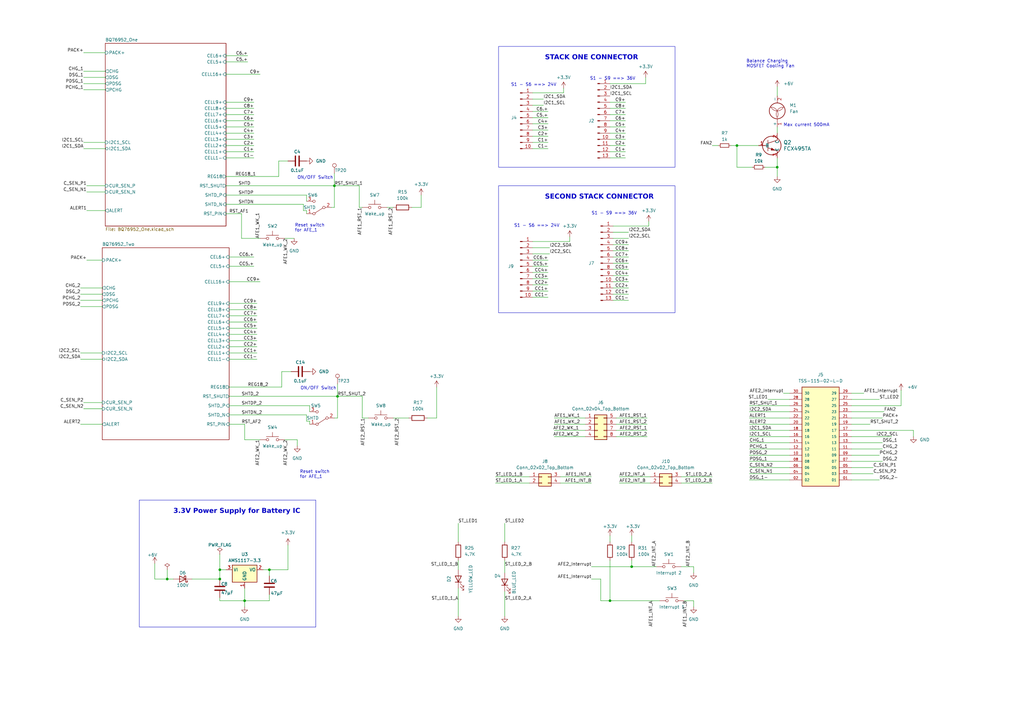
<source format=kicad_sch>
(kicad_sch (version 20231120) (generator "eeschema") (generator_version "8.0")
  (paper "A3")
  (title_block (title "Smart Battery Management System for Mobile Robot") (date "2024-10-17") (rev "v 3.0") (comment 1 "Dual Pack Smart BMS System") (comment 2 "AFE and Balance Charging Circuit"))
  (lib_symbols
    (symbol "+12V_1" (power) (pin_numbers hide) (pin_names (offset 0) hide)
      (property "Value" "+12V" (at 0 3.556 0))
      (symbol "+12V_1_1_1"
        (pin power_in line (at 0 0 90) (length 0) (name "~") (number "1"))
      )
    )
    (symbol "Connector:Conn_01x10_Pin" (pin_names (offset 1.016) hide)
      (property "Reference" "J" (at 0 12.7 0))
      (property "Value" "Conn_01x10_Pin" (at 0 -15.24 0))
      (symbol "Conn_01x10_Pin_1_1"
        (pin passive line (at 5.08 10.16 180) (length 3.81) (name "Pin_1") (number "1"))
        (pin passive line (at 5.08 -12.7 180) (length 3.81) (name "Pin_10") (number "10"))
        (pin passive line (at 5.08 7.62 180) (length 3.81) (name "Pin_2") (number "2"))
        (pin passive line (at 5.08 5.08 180) (length 3.81) (name "Pin_3") (number "3"))
        (pin passive line (at 5.08 2.54 180) (length 3.81) (name "Pin_4") (number "4"))
        (pin passive line (at 5.08 0 180) (length 3.81) (name "Pin_5") (number "5"))
        (pin passive line (at 5.08 -2.54 180) (length 3.81) (name "Pin_6") (number "6"))
        (pin passive line (at 5.08 -5.08 180) (length 3.81) (name "Pin_7") (number "7"))
        (pin passive line (at 5.08 -7.62 180) (length 3.81) (name "Pin_8") (number "8"))
        (pin passive line (at 5.08 -10.16 180) (length 3.81) (name "Pin_9") (number "9"))
      )
    )
    (symbol "Connector:Conn_01x13_Pin" (pin_names (offset 1.016) hide)
      (property "Reference" "J" (at 0 17.78 0))
      (property "Value" "Conn_01x13_Pin" (at 0 -17.78 0))
      (symbol "Conn_01x13_Pin_1_1"
        (pin passive line (at 5.08 15.24 180) (length 3.81) (name "Pin_1") (number "1"))
        (pin passive line (at 5.08 -7.62 180) (length 3.81) (name "Pin_10") (number "10"))
        (pin passive line (at 5.08 -10.16 180) (length 3.81) (name "Pin_11") (number "11"))
        (pin passive line (at 5.08 -12.7 180) (length 3.81) (name "Pin_12") (number "12"))
        (pin passive line (at 5.08 -15.24 180) (length 3.81) (name "Pin_13") (number "13"))
        (pin passive line (at 5.08 12.7 180) (length 3.81) (name "Pin_2") (number "2"))
        (pin passive line (at 5.08 10.16 180) (length 3.81) (name "Pin_3") (number "3"))
        (pin passive line (at 5.08 7.62 180) (length 3.81) (name "Pin_4") (number "4"))
        (pin passive line (at 5.08 5.08 180) (length 3.81) (name "Pin_5") (number "5"))
        (pin passive line (at 5.08 2.54 180) (length 3.81) (name "Pin_6") (number "6"))
        (pin passive line (at 5.08 0 180) (length 3.81) (name "Pin_7") (number "7"))
        (pin passive line (at 5.08 -2.54 180) (length 3.81) (name "Pin_8") (number "8"))
        (pin passive line (at 5.08 -5.08 180) (length 3.81) (name "Pin_9") (number "9"))
      )
    )
    (symbol "Connector:TestPoint" (pin_numbers hide) (pin_names (offset 0.762) hide)
      (property "Reference" "TP" (at 0 6.858 0))
      (property "Value" "TestPoint" (at 0 5.08 0))
      (symbol "TestPoint_1_1"
        (pin passive line (at 0 0 90) (length 2.54) (name "1") (number "1"))
      )
    )
    (symbol "Connector_Generic:Conn_02x02_Top_Bottom" (pin_names (offset 1.016) hide)
      (property "Reference" "J" (at 1.27 2.54 0))
      (property "Value" "Conn_02x02_Top_Bottom" (at 1.27 -5.08 0))
      (symbol "Conn_02x02_Top_Bottom_1_1"
        (pin passive line (at -5.08 0 0) (length 3.81) (name "Pin_1") (number "1"))
        (pin passive line (at -5.08 -2.54 0) (length 3.81) (name "Pin_2") (number "2"))
        (pin passive line (at 7.62 0 180) (length 3.81) (name "Pin_3") (number "3"))
        (pin passive line (at 7.62 -2.54 180) (length 3.81) (name "Pin_4") (number "4"))
      )
    )
    (symbol "Connector_Generic:Conn_02x04_Top_Bottom" (pin_names (offset 1.016) hide)
      (property "Reference" "J" (at 1.27 5.08 0))
      (property "Value" "Conn_02x04_Top_Bottom" (at 1.27 -7.62 0))
      (symbol "Conn_02x04_Top_Bottom_1_1"
        (pin passive line (at -5.08 2.54 0) (length 3.81) (name "Pin_1") (number "1"))
        (pin passive line (at -5.08 0 0) (length 3.81) (name "Pin_2") (number "2"))
        (pin passive line (at -5.08 -2.54 0) (length 3.81) (name "Pin_3") (number "3"))
        (pin passive line (at -5.08 -5.08 0) (length 3.81) (name "Pin_4") (number "4"))
        (pin passive line (at 7.62 2.54 180) (length 3.81) (name "Pin_5") (number "5"))
        (pin passive line (at 7.62 0 180) (length 3.81) (name "Pin_6") (number "6"))
        (pin passive line (at 7.62 -2.54 180) (length 3.81) (name "Pin_7") (number "7"))
        (pin passive line (at 7.62 -5.08 180) (length 3.81) (name "Pin_8") (number "8"))
      )
    )
    (symbol "Device:C" (pin_numbers hide) (pin_names (offset 0.254))
      (property "Reference" "C" (at 0.635 2.54 0))
      (property "Value" "C" (at 0.635 -2.54 0))
      (symbol "C_1_1"
        (pin passive line (at 0 3.81 270) (length 2.794) (name "~") (number "1"))
        (pin passive line (at 0 -3.81 90) (length 2.794) (name "~") (number "2"))
      )
    )
    (symbol "Device:D_Schottky" (pin_numbers hide) (pin_names (offset 1.016) hide)
      (property "Reference" "D" (at 0 2.54 0))
      (property "Value" "D_Schottky" (at 0 -2.54 0))
      (symbol "D_Schottky_1_1"
        (pin passive line (at -3.81 0 0) (length 2.54) (name "K") (number "1"))
        (pin passive line (at 3.81 0 180) (length 2.54) (name "A") (number "2"))
      )
    )
    (symbol "Device:LED" (pin_numbers hide) (pin_names (offset 1.016) hide)
      (property "Reference" "D" (at 0 2.54 0))
      (property "Value" "LED" (at 0 -2.54 0))
      (symbol "LED_1_1"
        (pin passive line (at -3.81 0 0) (length 2.54) (name "K") (number "1"))
        (pin passive line (at 3.81 0 180) (length 2.54) (name "A") (number "2"))
      )
    )
    (symbol "Device:R" (pin_numbers hide) (pin_names (offset 0))
      (property "Reference" "R" (at 2.032 0 90))
      (property "Value" "R" (at 0 0 90))
      (symbol "R_1_1"
        (pin passive line (at 0 3.81 270) (length 1.27) (name "~") (number "1"))
        (pin passive line (at 0 -3.81 90) (length 1.27) (name "~") (number "2"))
      )
    )
    (symbol "Device:R_Small" (pin_numbers hide) (pin_names (offset 0.254) hide)
      (property "Reference" "R" (at 0.762 0.508 0))
      (property "Value" "R_Small" (at 0.762 -1.016 0))
      (symbol "R_Small_1_1"
        (pin passive line (at 0 2.54 270) (length 0.762) (name "~") (number "1"))
        (pin passive line (at 0 -2.54 90) (length 0.762) (name "~") (number "2"))
      )
    )
    (symbol "FCX495TA:FCX495TA" (pin_names (offset 0.254))
      (property "Reference" "Q" (at 10.16 2.54 0))
      (property "Value" "FCX495TA" (at 10.16 -2.54 0))
      (symbol "FCX495TA_0_1"
        (pin unspecified line (at 0 0 0) (length 2.54) (name "B") (number "1"))
        (pin unspecified line (at 7.62 5.08 270) (length 2.54) (name "C") (number "2"))
        (pin unspecified line (at 7.62 -5.08 90) (length 2.54) (name "E") (number "3"))
      )
    )
    (symbol "Motor:Fan" (pin_names (offset 0))
      (property "Reference" "M" (at 2.54 5.08 0))
      (property "Value" "Fan" (at 2.54 -2.54 0))
      (symbol "Fan_1_1"
        (pin passive line (at 0 7.62 270) (length 2.54) (name "+") (number "1"))
        (pin passive line (at 0 -5.08 90) (length 2.54) (name "-") (number "2"))
      )
    )
    (symbol "Regulator_Linear:AMS1117-3.3"
      (property "Reference" "U" (at -3.81 3.175 0))
      (property "Value" "AMS1117-3.3" (at 0 3.175 0))
      (symbol "AMS1117-3.3_1_1"
        (pin power_in line (at 0 -7.62 90) (length 2.54) (name "GND") (number "1"))
        (pin power_out line (at 7.62 0 180) (length 2.54) (name "VO") (number "2"))
        (pin power_in line (at -7.62 0 0) (length 2.54) (name "VI") (number "3"))
      )
    )
    (symbol "Switch:SW_Push" (pin_numbers hide) (pin_names (offset 1.016) hide)
      (property "Reference" "SW" (at 1.27 2.54 0))
      (property "Value" "SW_Push" (at 0 -1.524 0))
      (symbol "SW_Push_0_1"
        (pin passive line (at -5.08 0 0) (length 2.54) (name "1") (number "1"))
        (pin passive line (at 5.08 0 180) (length 2.54) (name "2") (number "2"))
      )
    )
    (symbol "Switch:SW_SPDT" (pin_names (offset 0) hide)
      (property "Reference" "SW" (at 0 4.318 0))
      (property "Value" "SW_SPDT" (at 0 -5.08 0))
      (symbol "SW_SPDT_1_1"
        (pin passive line (at 5.08 2.54 180) (length 2.54) (name "A") (number "1"))
        (pin passive line (at -5.08 0 0) (length 2.54) (name "B") (number "2"))
        (pin passive line (at 5.08 -2.54 180) (length 2.54) (name "C") (number "3"))
      )
    )
    (symbol "TSS-115-02-L-D:TSS-115-02-L-D" (pin_names (offset 1.016))
      (property "Reference" "J" (at -8.12 20.32 0))
      (property "Value" "TSS-115-02-L-D" (at -7.62 -22.86 0))
      (symbol "TSS-115-02-L-D_0_0"
        (pin passive line (at -12.7 17.78 0) (length 5.08) (name "01") (number "01"))
        (pin passive line (at 12.7 17.78 180) (length 5.08) (name "02") (number "02"))
        (pin passive line (at -12.7 15.24 0) (length 5.08) (name "03") (number "03"))
        (pin passive line (at 12.7 15.24 180) (length 5.08) (name "04") (number "04"))
        (pin passive line (at -12.7 12.7 0) (length 5.08) (name "05") (number "05"))
        (pin passive line (at 12.7 12.7 180) (length 5.08) (name "06") (number "06"))
        (pin passive line (at -12.7 10.16 0) (length 5.08) (name "07") (number "07"))
        (pin passive line (at 12.7 10.16 180) (length 5.08) (name "08") (number "08"))
        (pin passive line (at -12.7 7.62 0) (length 5.08) (name "09") (number "09"))
        (pin passive line (at 12.7 7.62 180) (length 5.08) (name "10") (number "10"))
        (pin passive line (at -12.7 5.08 0) (length 5.08) (name "11") (number "11"))
        (pin passive line (at 12.7 5.08 180) (length 5.08) (name "12") (number "12"))
        (pin passive line (at -12.7 2.54 0) (length 5.08) (name "13") (number "13"))
        (pin passive line (at 12.7 2.54 180) (length 5.08) (name "14") (number "14"))
        (pin passive line (at -12.7 0 0) (length 5.08) (name "15") (number "15"))
        (pin passive line (at 12.7 0 180) (length 5.08) (name "16") (number "16"))
        (pin passive line (at -12.7 -2.54 0) (length 5.08) (name "17") (number "17"))
        (pin passive line (at 12.7 -2.54 180) (length 5.08) (name "18") (number "18"))
        (pin passive line (at -12.7 -5.08 0) (length 5.08) (name "19") (number "19"))
        (pin passive line (at 12.7 -5.08 180) (length 5.08) (name "20") (number "20"))
        (pin passive line (at -12.7 -7.62 0) (length 5.08) (name "21") (number "21"))
        (pin passive line (at 12.7 -7.62 180) (length 5.08) (name "22") (number "22"))
        (pin passive line (at -12.7 -10.16 0) (length 5.08) (name "23") (number "23"))
        (pin passive line (at 12.7 -10.16 180) (length 5.08) (name "24") (number "24"))
        (pin passive line (at -12.7 -12.7 0) (length 5.08) (name "25") (number "25"))
        (pin passive line (at 12.7 -12.7 180) (length 5.08) (name "26") (number "26"))
        (pin passive line (at -12.7 -15.24 0) (length 5.08) (name "27") (number "27"))
        (pin passive line (at 12.7 -15.24 180) (length 5.08) (name "28") (number "28"))
        (pin passive line (at -12.7 -17.78 0) (length 5.08) (name "29") (number "29"))
        (pin passive line (at 12.7 -17.78 180) (length 5.08) (name "30") (number "30"))
      )
    )
    (symbol "power:+12V" (power) (pin_names (offset 0))
      (property "Value" "+12V" (at 0 3.556 0))
      (symbol "+12V_1_1"
        (pin power_in line (at 0 0 90) (length 0) hide (name "+12V") (number "1"))
      )
    )
    (symbol "power:+3.3V" (power) (pin_names (offset 0))
      (property "Value" "+3.3V" (at 0 3.556 0))
      (symbol "+3.3V_1_1"
        (pin power_in line (at 0 0 90) (length 0) hide (name "+3.3V") (number "1"))
      )
    )
    (symbol "power:GND" (power) (pin_names (offset 0))
      (property "Value" "GND" (at 0 -3.81 0))
      (symbol "GND_1_1"
        (pin power_in line (at 0 0 270) (length 0) hide (name "GND") (number "1"))
      )
    )
    (symbol "power:PWR_FLAG" (power) (pin_numbers hide) (pin_names (offset 0) hide)
      (property "Value" "PWR_FLAG" (at 0 3.81 0))
      (symbol "PWR_FLAG_0_0"
        (pin power_out line (at 0 0 90) (length 0) (name "pwr") (number "1"))
      )
    )
  )
  (junction (at 90.17 237.49))
  (junction (at 138.43 162.56))
  (junction (at 259.08 232.41))
  (junction (at 137.16 76.2))
  (junction (at 250.19 246.38))
  (junction (at 110.49 233.68))
  (junction (at 100.33 246.38))
  (junction (at 90.17 233.68))
  (junction (at 302.26 59.69))
  (junction (at 318.77 68.58))
  (junction (at 68.58 237.49))
  (wire (pts (xy 92.71 59.69) (xy 104.14 59.69)))
  (wire (pts (xy 218.44 109.22) (xy 224.79 109.22)))
  (wire (pts (xy 259.08 232.41) (xy 259.08 229.87)))
  (wire (pts (xy 250.19 49.53) (xy 256.54 49.53)))
  (wire (pts (xy 93.98 137.16) (xy 105.41 137.16)))
  (wire (pts (xy 349.25 179.07) (xy 365.76 179.07)))
  (wire (pts (xy 257.81 97.79) (xy 251.46 97.79)))
  (wire (pts (xy 369.57 166.37) (xy 349.25 166.37)))
  (wire (pts (xy 93.98 134.62) (xy 105.41 134.62)))
  (wire (pts (xy 92.71 54.61) (xy 104.14 54.61)))
  (wire (pts (xy 33.02 147.32) (xy 41.91 147.32)))
  (wire (pts (xy 250.19 52.07) (xy 256.54 52.07)))
  (wire (pts (xy 349.25 171.45) (xy 361.95 171.45)))
  (wire (pts (xy 250.19 41.91) (xy 256.54 41.91)))
  (wire (pts (xy 93.98 105.41) (xy 104.14 105.41)))
  (wire (pts (xy 321.31 161.29) (xy 323.85 161.29)))
  (wire (pts (xy 266.065 90.805) (xy 266.065 92.71)))
  (wire (pts (xy 279.4 232.41) (xy 284.48 232.41)))
  (wire (pts (xy 92.71 62.23) (xy 104.14 62.23)))
  (wire (pts (xy 203.2 195.58) (xy 217.17 195.58)))
  (wire (pts (xy 360.68 196.85) (xy 349.25 196.85)))
  (wire (pts (xy 252.73 176.53) (xy 265.43 176.53)))
  (wire (pts (xy 218.44 48.26) (xy 224.79 48.26)))
  (wire (pts (xy 34.29 165.1) (xy 41.91 165.1)))
  (wire (pts (xy 34.29 34.29) (xy 43.18 34.29)))
  (wire (pts (xy 34.29 60.96) (xy 43.18 60.96)))
  (wire (pts (xy 121.92 180.34) (xy 121.92 182.88)))
  (wire (pts (xy 92.71 52.07) (xy 104.14 52.07)))
  (wire (pts (xy 90.17 245.11) (xy 90.17 246.38)))
  (wire (pts (xy 33.02 125.73) (xy 41.91 125.73)))
  (wire (pts (xy 318.77 52.07) (xy 318.77 54.61)))
  (wire (pts (xy 307.34 176.53) (xy 323.85 176.53)))
  (wire (pts (xy 115.57 152.4) (xy 115.57 158.75)))
  (wire (pts (xy 251.46 120.65) (xy 257.81 120.65)))
  (wire (pts (xy 225.425 101.6) (xy 218.44 101.6)))
  (wire (pts (xy 250.19 246.38) (xy 250.19 229.87)))
  (wire (pts (xy 92.71 80.01) (xy 125.73 80.01)))
  (wire (pts (xy 92.71 46.99) (xy 104.14 46.99)))
  (wire (pts (xy 35.56 76.2) (xy 43.18 76.2)))
  (wire (pts (xy 92.71 30.48) (xy 106.68 30.48)))
  (wire (pts (xy 227.33 173.99) (xy 240.03 173.99)))
  (wire (pts (xy 250.19 219.71) (xy 250.19 222.25)))
  (wire (pts (xy 93.98 166.37) (xy 127 166.37)))
  (wire (pts (xy 93.98 170.18) (xy 125.73 170.18)))
  (wire (pts (xy 307.34 196.85) (xy 323.85 196.85)))
  (wire (pts (xy 93.98 127) (xy 105.41 127)))
  (wire (pts (xy 207.01 242.57) (xy 207.01 252.73)))
  (wire (pts (xy 125.73 170.18) (xy 125.73 172.72)))
  (wire (pts (xy 179.07 158.75) (xy 179.07 171.45)))
  (wire (pts (xy 34.29 21.59) (xy 43.18 21.59)))
  (wire (pts (xy 292.1 59.69) (xy 294.64 59.69)))
  (wire (pts (xy 313.69 68.58) (xy 318.77 68.58)))
  (wire (pts (xy 93.98 144.78) (xy 105.41 144.78)))
  (wire (pts (xy 125.73 172.72) (xy 127 172.72)))
  (wire (pts (xy 93.98 124.46) (xy 105.41 124.46)))
  (wire (pts (xy 218.44 121.92) (xy 224.79 121.92)))
  (wire (pts (xy 116.84 180.34) (xy 121.92 180.34)))
  (wire (pts (xy 307.34 171.45) (xy 323.85 171.45)))
  (wire (pts (xy 250.19 57.15) (xy 256.54 57.15)))
  (wire (pts (xy 218.44 119.38) (xy 224.79 119.38)))
  (wire (pts (xy 93.98 139.7) (xy 105.41 139.7)))
  (wire (pts (xy 307.34 189.23) (xy 323.85 189.23)))
  (wire (pts (xy 179.07 171.45) (xy 175.26 171.45)))
  (wire (pts (xy 90.17 233.68) (xy 92.71 233.68)))
  (wire (pts (xy 218.44 106.68) (xy 224.79 106.68)))
  (wire (pts (xy 218.44 50.8) (xy 224.79 50.8)))
  (wire (pts (xy 92.71 57.15) (xy 104.14 57.15)))
  (wire (pts (xy 125.73 80.01) (xy 125.73 82.55)))
  (wire (pts (xy 252.73 171.45) (xy 265.43 171.45)))
  (wire (pts (xy 231.14 36.195) (xy 231.14 38.1)))
  (wire (pts (xy 229.87 195.58) (xy 242.57 195.58)))
  (wire (pts (xy 349.25 184.15) (xy 361.95 184.15)))
  (wire (pts (xy 148.59 162.56) (xy 138.43 162.56)))
  (wire (pts (xy 68.58 237.49) (xy 71.12 237.49)))
  (wire (pts (xy 218.44 55.88) (xy 224.79 55.88)))
  (wire (pts (xy 259.08 219.71) (xy 259.08 222.25)))
  (wire (pts (xy 302.26 68.58) (xy 302.26 59.69)))
  (wire (pts (xy 360.68 163.83) (xy 349.25 163.83)))
  (wire (pts (xy 251.46 113.03) (xy 257.81 113.03)))
  (wire (pts (xy 264.795 31.75) (xy 264.795 34.29)))
  (wire (pts (xy 127 166.37) (xy 127 168.91)))
  (wire (pts (xy 254 195.58) (xy 266.7 195.58)))
  (wire (pts (xy 246.38 246.38) (xy 250.19 246.38)))
  (wire (pts (xy 246.38 237.49) (xy 246.38 246.38)))
  (wire (pts (xy 307.34 191.77) (xy 323.85 191.77)))
  (wire (pts (xy 137.16 71.12) (xy 137.16 76.2)))
  (wire (pts (xy 118.11 223.52) (xy 118.11 233.68)))
  (wire (pts (xy 307.34 194.31) (xy 323.85 194.31)))
  (wire (pts (xy 251.46 102.87) (xy 257.81 102.87)))
  (wire (pts (xy 307.34 184.15) (xy 323.85 184.15)))
  (wire (pts (xy 222.885 40.64) (xy 218.44 40.64)))
  (wire (pts (xy 93.98 129.54) (xy 105.41 129.54)))
  (wire (pts (xy 116.84 97.79) (xy 120.65 97.79)))
  (wire (pts (xy 307.34 186.69) (xy 323.85 186.69)))
  (wire (pts (xy 250.19 64.77) (xy 256.54 64.77)))
  (wire (pts (xy 148.59 85.09) (xy 147.32 85.09)))
  (wire (pts (xy 218.44 111.76) (xy 224.79 111.76)))
  (wire (pts (xy 279.4 195.58) (xy 292.1 195.58)))
  (wire (pts (xy 137.16 85.09) (xy 135.89 85.09)))
  (wire (pts (xy 100.33 246.38) (xy 100.33 248.92)))
  (wire (pts (xy 92.71 83.82) (xy 124.46 83.82)))
  (wire (pts (xy 172.72 85.09) (xy 168.91 85.09)))
  (wire (pts (xy 33.02 118.11) (xy 41.91 118.11)))
  (wire (pts (xy 318.77 35.56) (xy 318.77 39.37)))
  (wire (pts (xy 251.46 105.41) (xy 257.81 105.41)))
  (wire (pts (xy 218.44 58.42) (xy 224.79 58.42)))
  (wire (pts (xy 34.29 36.83) (xy 43.18 36.83)))
  (wire (pts (xy 35.56 86.36) (xy 43.18 86.36)))
  (wire (pts (xy 63.5 237.49) (xy 68.58 237.49)))
  (wire (pts (xy 270.51 246.38) (xy 250.19 246.38)))
  (wire (pts (xy 93.98 142.24) (xy 105.41 142.24)))
  (wire (pts (xy 99.06 97.79) (xy 106.68 97.79)))
  (wire (pts (xy 266.065 92.71) (xy 251.46 92.71)))
  (wire (pts (xy 124.46 83.82) (xy 124.46 86.36)))
  (wire (pts (xy 233.68 97.155) (xy 233.68 99.06)))
  (wire (pts (xy 33.02 144.78) (xy 41.91 144.78)))
  (wire (pts (xy 302.26 59.69) (xy 311.15 59.69)))
  (wire (pts (xy 148.59 171.45) (xy 148.59 162.56)))
  (wire (pts (xy 118.11 233.68) (xy 110.49 233.68)))
  (wire (pts (xy 138.43 162.56) (xy 138.43 171.45)))
  (wire (pts (xy 115.57 152.4) (xy 119.38 152.4)))
  (wire (pts (xy 251.46 118.11) (xy 257.81 118.11)))
  (wire (pts (xy 250.19 59.69) (xy 256.54 59.69)))
  (wire (pts (xy 90.17 227.33) (xy 90.17 233.68)))
  (wire (pts (xy 147.32 76.2) (xy 137.16 76.2)))
  (wire (pts (xy 349.25 191.77) (xy 358.14 191.77)))
  (wire (pts (xy 92.71 44.45) (xy 104.14 44.45)))
  (wire (pts (xy 358.14 194.31) (xy 349.25 194.31)))
  (wire (pts (xy 100.33 173.99) (xy 93.98 173.99)))
  (wire (pts (xy 231.14 38.1) (xy 218.44 38.1)))
  (wire (pts (xy 264.795 34.29) (xy 250.19 34.29)))
  (wire (pts (xy 151.13 171.45) (xy 148.59 171.45)))
  (wire (pts (xy 307.34 179.07) (xy 323.85 179.07)))
  (wire (pts (xy 207.01 229.87) (xy 207.01 234.95)))
  (wire (pts (xy 218.44 114.3) (xy 224.79 114.3)))
  (wire (pts (xy 349.25 189.23) (xy 361.95 189.23)))
  (wire (pts (xy 269.24 232.41) (xy 259.08 232.41)))
  (wire (pts (xy 218.44 60.96) (xy 224.79 60.96)))
  (wire (pts (xy 92.71 76.2) (xy 137.16 76.2)))
  (wire (pts (xy 187.96 241.3) (xy 187.96 252.73)))
  (wire (pts (xy 349.25 168.91) (xy 362.585 168.91)))
  (wire (pts (xy 307.34 168.91) (xy 323.85 168.91)))
  (wire (pts (xy 93.98 147.32) (xy 105.41 147.32)))
  (wire (pts (xy 227.33 176.53) (xy 240.03 176.53)))
  (wire (pts (xy 250.19 44.45) (xy 256.54 44.45)))
  (wire (pts (xy 92.71 87.63) (xy 99.06 87.63)))
  (wire (pts (xy 92.71 22.86) (xy 101.6 22.86)))
  (wire (pts (xy 100.33 241.3) (xy 100.33 246.38)))
  (wire (pts (xy 307.34 166.37) (xy 323.85 166.37)))
  (wire (pts (xy 138.43 157.48) (xy 138.43 162.56)))
  (wire (pts (xy 218.44 53.34) (xy 224.79 53.34)))
  (wire (pts (xy 233.68 99.06) (xy 218.44 99.06)))
  (wire (pts (xy 34.29 58.42) (xy 43.18 58.42)))
  (wire (pts (xy 114.3 66.04) (xy 118.11 66.04)))
  (wire (pts (xy 251.46 110.49) (xy 257.81 110.49)))
  (wire (pts (xy 107.95 233.68) (xy 110.49 233.68)))
  (wire (pts (xy 110.49 243.84) (xy 110.49 246.38)))
  (wire (pts (xy 63.5 231.14) (xy 63.5 237.49)))
  (wire (pts (xy 252.73 173.99) (xy 265.43 173.99)))
  (wire (pts (xy 227.33 179.07) (xy 240.03 179.07)))
  (wire (pts (xy 250.19 62.23) (xy 256.54 62.23)))
  (wire (pts (xy 100.33 246.38) (xy 110.49 246.38)))
  (wire (pts (xy 92.71 72.39) (xy 114.3 72.39)))
  (wire (pts (xy 354.33 161.29) (xy 349.25 161.29)))
  (wire (pts (xy 222.885 43.18) (xy 218.44 43.18)))
  (wire (pts (xy 251.46 100.33) (xy 257.81 100.33)))
  (wire (pts (xy 284.48 232.41) (xy 284.48 234.95)))
  (wire (pts (xy 92.71 25.4) (xy 101.6 25.4)))
  (wire (pts (xy 35.56 106.68) (xy 41.91 106.68)))
  (wire (pts (xy 374.65 176.53) (xy 349.25 176.53)))
  (wire (pts (xy 35.56 78.74) (xy 43.18 78.74)))
  (wire (pts (xy 33.02 173.99) (xy 41.91 173.99)))
  (wire (pts (xy 254 198.12) (xy 266.7 198.12)))
  (wire (pts (xy 100.33 180.34) (xy 106.68 180.34)))
  (wire (pts (xy 34.29 29.21) (xy 43.18 29.21)))
  (wire (pts (xy 279.4 198.12) (xy 292.1 198.12)))
  (wire (pts (xy 115.57 158.75) (xy 93.98 158.75)))
  (wire (pts (xy 227.33 171.45) (xy 240.03 171.45)))
  (wire (pts (xy 308.61 68.58) (xy 302.26 68.58)))
  (wire (pts (xy 34.29 31.75) (xy 43.18 31.75)))
  (wire (pts (xy 229.87 198.12) (xy 242.57 198.12)))
  (wire (pts (xy 349.25 173.99) (xy 356.87 173.99)))
  (wire (pts (xy 33.02 120.65) (xy 41.91 120.65)))
  (wire (pts (xy 251.46 123.19) (xy 257.81 123.19)))
  (wire (pts (xy 242.57 232.41) (xy 259.08 232.41)))
  (wire (pts (xy 242.57 237.49) (xy 246.38 237.49)))
  (wire (pts (xy 349.25 181.61) (xy 361.95 181.61)))
  (wire (pts (xy 307.34 173.99) (xy 323.85 173.99)))
  (wire (pts (xy 100.33 173.99) (xy 100.33 180.34)))
  (wire (pts (xy 93.98 109.22) (xy 104.14 109.22)))
  (wire (pts (xy 172.72 80.01) (xy 172.72 85.09)))
  (wire (pts (xy 34.29 167.64) (xy 41.91 167.64)))
  (wire (pts (xy 225.425 104.14) (xy 218.44 104.14)))
  (wire (pts (xy 124.46 86.36) (xy 125.73 86.36)))
  (wire (pts (xy 33.02 123.19) (xy 41.91 123.19)))
  (wire (pts (xy 203.2 198.12) (xy 217.17 198.12)))
  (wire (pts (xy 218.44 116.84) (xy 224.79 116.84)))
  (wire (pts (xy 93.98 115.57) (xy 106.68 115.57)))
  (wire (pts (xy 161.29 171.45) (xy 167.64 171.45)))
  (wire (pts (xy 93.98 132.08) (xy 105.41 132.08)))
  (wire (pts (xy 251.46 107.95) (xy 257.81 107.95)))
  (wire (pts (xy 68.58 233.68) (xy 68.58 237.49)))
  (wire (pts (xy 110.49 236.22) (xy 110.49 233.68)))
  (wire (pts (xy 374.65 179.07) (xy 374.65 176.53)))
  (wire (pts (xy 250.19 54.61) (xy 256.54 54.61)))
  (wire (pts (xy 92.71 41.91) (xy 104.14 41.91)))
  (wire (pts (xy 90.17 246.38) (xy 100.33 246.38)))
  (wire (pts (xy 114.3 66.04) (xy 114.3 72.39)))
  (wire (pts (xy 127 172.72) (xy 127 173.99)))
  (wire (pts (xy 251.46 115.57) (xy 257.81 115.57)))
  (wire (pts (xy 257.81 95.25) (xy 251.46 95.25)))
  (wire (pts (xy 147.32 85.09) (xy 147.32 76.2)))
  (wire (pts (xy 92.71 64.77) (xy 104.14 64.77)))
  (wire (pts (xy 187.96 214.63) (xy 187.96 222.25)))
  (wire (pts (xy 250.19 46.99) (xy 256.54 46.99)))
  (wire (pts (xy 218.44 45.72) (xy 224.79 45.72)))
  (wire (pts (xy 280.67 246.38) (xy 284.48 246.38)))
  (wire (pts (xy 158.75 85.09) (xy 161.29 85.09)))
  (wire (pts (xy 307.34 181.61) (xy 323.85 181.61)))
  (wire (pts (xy 314.96 163.83) (xy 323.85 163.83)))
  (wire (pts (xy 187.96 229.87) (xy 187.96 233.68)))
  (wire (pts (xy 318.77 68.58) (xy 318.77 72.39)))
  (wire (pts (xy 369.57 160.02) (xy 369.57 166.37)))
  (wire (pts (xy 99.06 87.63) (xy 99.06 97.79)))
  (wire (pts (xy 284.48 246.38) (xy 284.48 248.92)))
  (wire (pts (xy 137.16 76.2) (xy 137.16 85.09)))
  (wire (pts (xy 125.73 86.36) (xy 125.73 87.63)))
  (wire (pts (xy 78.74 237.49) (xy 90.17 237.49)))
  (wire (pts (xy 349.25 186.69) (xy 360.68 186.69)))
  (wire (pts (xy 93.98 162.56) (xy 138.43 162.56)))
  (wire (pts (xy 207.01 214.63) (xy 207.01 222.25)))
  (wire (pts (xy 299.72 59.69) (xy 302.26 59.69)))
  (wire (pts (xy 138.43 171.45) (xy 137.16 171.45)))
  (wire (pts (xy 90.17 233.68) (xy 90.17 237.49)))
  (wire (pts (xy 252.73 179.07) (xy 265.43 179.07)))
  (wire (pts (xy 92.71 49.53) (xy 104.14 49.53)))
  (wire (pts (xy 318.77 64.77) (xy 318.77 68.58)))
  (rectangle (start 204.47 19.05) (end 276.86 68.58))
  (rectangle (start 204.47 76.2) (end 276.86 128.27))
  (rectangle (start 57.15 205.105) (end 129.54 257.175))
  (text "S1 - S6 ==> 24V" (at 210.82 93.345 0) (effects (font (size 1.27 1.27)) (justify left bottom)))
  (text "S1 - S9 ==> 36V" (at 241.935 33.02 0) (effects (font (size 1.27 1.27)) (justify left bottom)))
  (text "Max current 500mA" (at 321.31 52.07 0) (effects (font (size 1.27 1.27)) (justify left bottom)))
  (text "Reset switch\nfor AFE_1\n" (at 120.904 95.25 0) (effects (font (size 1.27 1.27)) (justify left bottom)))
  (text "ON/OFF Switch" (at 123.19 160.02 0) (effects (font (size 1.27 1.27)) (justify left bottom)))
  (text "Balance Charging \nMOSFET Cooling Fan" (at 306.07 27.94 0) (effects (font (size 1.27 1.27)) (justify left bottom)))
  (text "SECOND STACK CONNECTOR" (at 223.52 82.55 0) (effects (font (size 2 2) (thickness 0.4) (bold yes)) (justify left bottom)))
  (text "S1 - S6 ==> 24V" (at 209.55 35.56 0) (effects (font (size 1.27 1.27)) (justify left bottom)))
  (text "ON/OFF Switch" (at 121.92 73.66 0) (effects (font (size 1.27 1.27)) (justify left bottom)))
  (text "3.3V Power Supply for Battery IC" (at 71.12 211.455 0) (effects (font (size 2 2) (thickness 0.4) (bold yes)) (justify left bottom)))
  (text "S1 - S9 ==> 36V" (at 242.57 88.265 0) (effects (font (size 1.27 1.27)) (justify left bottom)))
  (text "Reset switch\nfor AFE_1\n" (at 122.936 196.342 0) (effects (font (size 1.27 1.27)) (justify left bottom)))
  (text "STACK ONE CONNECTOR" (at 223.52 25.4 0) (effects (font (size 2 2) (thickness 0.4) (bold yes)) (justify left bottom)))
  (label "C1-" (at 224.79 60.96 180))
  (label "CC1+" (at 257.81 120.65 180))
  (label "PDSG_1" (at 34.29 34.29 180))
  (label "C1-" (at 104.14 64.77 180))
  (label "AFE1_RST_1" (at 254 171.45 0))
  (label "CC9+" (at 105.41 124.46 180))
  (label "PDSG_1" (at 307.34 189.23 0))
  (label "C4+" (at 256.54 54.61 180))
  (label "C1+" (at 256.54 62.23 180))
  (label "AFE2_WK_2" (at 118.11 180.34 270))
  (label "ST_LED_2_B" (at 207.01 232.41 0))
  (label "CHG_1" (at 34.29 29.21 180))
  (label "AFE2_RST_1" (at 149.86 171.45 270))
  (label "PDSG_2" (at 307.34 186.69 0))
  (label "C5+" (at 104.14 52.07 180))
  (label "I2C2_SCL" (at 359.41 179.07 0))
  (label "CC1-" (at 105.41 147.32 180))
  (label "AFE1_WK_1" (at 227.33 171.45 0))
  (label "C9+" (at 256.54 41.91 180))
  (label "CC9+" (at 257.81 100.33 180))
  (label "I2C2_SCL" (at 33.02 144.78 180))
  (label "AFE2_WK_1" (at 106.68 180.34 270))
  (label "ALERT1" (at 35.56 86.36 180))
  (label "AFE2_Interrupt" (at 242.57 232.41 180))
  (label "ST_LED_2_B" (at 292.1 198.12 180))
  (label "C6.+" (at 224.79 45.72 180))
  (label "PCHG_2" (at 33.02 123.19 180))
  (label "C3+" (at 104.14 57.15 180))
  (label "I2C1_SCL" (at 307.34 179.07 0))
  (label "C8+" (at 256.54 44.45 180))
  (label "AFE2_INT_B" (at 254 198.12 0))
  (label "C8+" (at 104.14 44.45 180))
  (label "C1-" (at 256.54 64.77 180))
  (label "SHTDN_2" (at 99.06 170.18 0))
  (label "REG18_2" (at 101.6 158.75 0))
  (label "C7+" (at 104.14 46.99 180))
  (label "C2+" (at 256.54 59.69 180))
  (label "C5.+" (at 224.79 48.26 180))
  (label "CC6+" (at 257.81 107.95 180))
  (label "CC1+" (at 105.41 144.78 180))
  (label "REG18_1" (at 96.52 72.39 0))
  (label "ST_LED_1_A" (at 187.96 246.38 180))
  (label "PACK+" (at 35.56 106.68 180))
  (label "FAN2" (at 362.585 168.91 0))
  (label "AFE1_RST_1" (at 148.59 85.09 270))
  (label "C_SEN_P2" (at 358.14 194.31 0))
  (label "DSG_2-" (at 360.68 196.85 0))
  (label "PCHG_2" (at 360.68 186.69 0))
  (label "AFE1_INT_A" (at 267.97 246.38 270))
  (label "ST_LED_1_A" (at 203.2 198.12 0))
  (label "ST_LED_1_B" (at 187.96 232.41 180))
  (label "AFE2_INT_A" (at 254 195.58 0))
  (label "CC4+" (at 224.79 111.76 180))
  (label "CC5.+" (at 224.79 109.22 180))
  (label "C2+" (at 224.79 55.88 180))
  (label "CC6+" (at 105.41 132.08 180))
  (label "I2C2_SCL" (at 225.425 104.14 0))
  (label "CC2+" (at 105.41 142.24 180))
  (label "I2C2_SDA" (at 257.81 95.25 0))
  (label "SHTDP_2" (at 99.06 166.37 0))
  (label "I2C1_SCL" (at 250.19 39.37 0))
  (label "PDSG_2" (at 33.02 125.73 180))
  (label "CC8+" (at 257.81 102.87 180))
  (label "CC3+" (at 105.41 139.7 180))
  (label "PCHG_1" (at 307.34 184.15 0))
  (label "CC5.+" (at 104.14 109.22 180))
  (label "I2C2_SDA" (at 307.34 168.91 0))
  (label "AFE2_WK_1" (at 237.49 176.53 180))
  (label "AFE2_Interrupt" (at 321.31 161.29 180))
  (label "CC3+" (at 224.79 114.3 180))
  (label "ALERT2" (at 307.34 173.99 0))
  (label "CC1-" (at 257.81 123.19 180))
  (label "CHG_1" (at 307.34 181.61 0))
  (label "CC4+" (at 257.81 113.03 180))
  (label "AFE1_WK_2" (at 227.33 173.99 0))
  (label "CC4+" (at 105.41 137.16 180))
  (label "DSG_2" (at 33.02 120.65 180))
  (label "CC1+" (at 224.79 119.38 180))
  (label "AFE2_RST_2" (at 265.43 179.07 180))
  (label "DSG_1" (at 34.29 31.75 180))
  (label "AFE1_Interrupt" (at 242.57 237.49 180))
  (label "I2C1_SCL" (at 222.885 43.18 0))
  (label "ALERT1" (at 307.34 171.45 0))
  (label "CC1-" (at 224.79 121.92 180))
  (label "PCHG_1" (at 34.29 36.83 180))
  (label "CC2+" (at 224.79 116.84 180))
  (label "AFE1_RST_2" (at 254 173.99 0))
  (label "C1+" (at 224.79 58.42 180))
  (label "ALERT2" (at 33.02 173.99 180))
  (label "AFE1_WK_2" (at 118.11 97.79 270))
  (label "RST_SHUT_1" (at 307.34 166.37 0))
  (label "I2C2_SCL" (at 257.81 97.79 0))
  (label "CC2+" (at 257.81 118.11 180))
  (label "C_SEN_N1" (at 35.56 78.74 180))
  (label "C5.+" (at 101.6 25.4 180))
  (label "ST_LED1" (at 314.96 163.83 180))
  (label "FAN2" (at 292.1 59.69 180))
  (label "CC9+" (at 106.68 115.57 180))
  (label "C_SEN_N1" (at 307.34 194.31 0))
  (label "RST_SHUT_2" (at 356.87 173.99 0))
  (label "CC5+" (at 105.41 134.62 180))
  (label "C3+" (at 256.54 57.15 180))
  (label "C2+" (at 104.14 59.69 180))
  (label "I2C1_SDA" (at 222.885 40.64 0))
  (label "ST_LED2" (at 360.68 163.83 0))
  (label "C9+" (at 106.68 30.48 180))
  (label "CC6.+" (at 224.79 106.68 180))
  (label "C6.+" (at 101.6 22.86 180))
  (label "CHG_2" (at 33.02 118.11 180))
  (label "CC8+" (at 105.41 127 180))
  (label "CC7+" (at 257.81 105.41 180))
  (label "AFE2_WK_2" (at 237.49 179.07 180))
  (label "AFE1_RST_2" (at 161.29 85.09 270))
  (label "AFE1_INT_B" (at 242.57 198.12 180))
  (label "AFE2_RST_2" (at 163.83 171.45 270))
  (label "ST_LED_2_A" (at 292.1 195.58 180))
  (label "I2C1_SDA" (at 34.29 60.96 180))
  (label "I2C1_SDA" (at 250.19 36.83 0))
  (label "CC5+" (at 257.81 110.49 180))
  (label "SHTD_2" (at 99.06 162.56 0))
  (label "RST_AF1" (at 93.98 87.63 0))
  (label "ST_LED2" (at 207.01 214.63 0))
  (label "C7+" (at 256.54 46.99 180))
  (label "C_SEN_N2" (at 34.29 167.64 180))
  (label "DSG_2" (at 361.95 189.23 0))
  (label "I2C2_SDA" (at 225.425 101.6 0))
  (label "ST_LED_2_A" (at 207.01 246.38 0))
  (label "I2C1_SCL" (at 34.29 58.42 180))
  (label "PACK+" (at 34.29 21.59 180))
  (label "C_SEN_P2" (at 34.29 165.1 180))
  (label "AFE1_INT_B" (at 281.94 246.38 270))
  (label "C9+" (at 104.14 41.91 180))
  (label "AFE2_RST_1" (at 265.43 176.53 180))
  (label "DSG_1-" (at 307.34 196.85 0))
  (label "C_SEN_P1" (at 358.14 191.77 0))
  (label "AFE2_INT_B" (at 283.21 232.41 90))
  (label "I2C2_SDA" (at 33.02 147.32 180))
  (label "CC7+" (at 105.41 129.54 180))
  (label "CC3+" (at 257.81 115.57 180))
  (label "C3+" (at 224.79 53.34 180))
  (label "AFE2_INT_A" (at 269.24 232.41 90))
  (label "AFE1_WK_1" (at 106.68 97.79 90))
  (label "SHTDP" (at 97.79 80.01 0))
  (label "C_SEN_N2" (at 307.34 191.77 0))
  (label "C6+" (at 104.14 49.53 180))
  (label "AFE1_INT_A" (at 242.57 195.58 180))
  (label "PACK+" (at 361.95 171.45 0))
  (label "RST_SHUT_1" (at 137.16 76.2 0))
  (label "DSG_1" (at 361.95 181.61 0))
  (label "C_SEN_P1" (at 35.56 76.2 180))
  (label "C1+" (at 104.14 62.23 180))
  (label "C4+" (at 224.79 50.8 180))
  (label "C4+" (at 104.14 54.61 180))
  (label "SHTD" (at 97.79 76.2 0))
  (label "CHG_2" (at 361.95 184.15 0))
  (label "RST_AF2" (at 99.06 173.99 0))
  (label "AFE1_Interrupt" (at 354.33 161.29 0))
  (label "RST_SHUT_2" (at 138.43 162.56 0))
  (label "CC6.+" (at 104.14 105.41 180))
  (label "I2C1_SDA" (at 307.34 176.53 0))
  (label "SHTDN" (at 97.79 83.82 0))
  (label "C6+" (at 256.54 49.53 180))
  (label "C5+" (at 256.54 52.07 180))
  (label "ST_LED1" (at 187.96 214.63 0))
  (label "ST_LED_1_B" (at 203.2 195.58 0))
  (symbol (lib_id "Regulator_Linear:AMS1117-3.3") (at 100.33 233.68 0) (unit 1)
    (property "Reference" "U3" (at 100.33 227.33 0))
    (property "Value" "AMS1117-3.3" (at 100.33 229.87 0))
    (property "Footprint" "Package_TO_SOT_SMD:SOT-223-3_TabPin2" (effects (hide yes)))
    (property "Datasheet" "http://www.advanced-monolithic.com/pdf/ds1117.pdf" (effects (hide yes)))
  )
  (symbol (lib_id "power:GND") (at 187.96 252.73 0) (unit 1)
    (property "Reference" "#PWR03" (effects (hide yes)))
    (property "Value" "GND" (at 187.96 257.81 0))
  )
  (symbol (lib_id "Device:R") (at 187.96 226.06 0) (unit 1)
    (property "Reference" "R25" (at 190.5 224.79 0) (effects (justify left)))
    (property "Value" "4.7K" (at 190.5 227.33 0) (effects (justify left)))
    (property "Footprint" "Resistor_SMD:R_1210_3225Metric_Pad1.30x2.65mm_HandSolder" (effects (hide yes)))
    (property "Purchase URL" "https://www.digikey.com/en/products/detail/venatronics-llc/FPS05FT-4701/16909534" (effects (hide yes)))
  )
  (symbol (lib_id "Connector_Generic:Conn_02x02_Top_Bottom") (at 271.78 195.58 0) (unit 1)
    (property "Reference" "J10" (at 273.05 189.23 0))
    (property "Value" "Conn_02x02_Top_Bottom" (at 273.05 191.77 0))
    (property "Footprint" "Connector_JST:JST_PH_B4B-PH-K_1x04_P2.00mm_Vertical" (effects (hide yes)))
    (property "Description" "Generic connector, double row, 02x02, top/bottom pin numbering scheme (row 1: 1...pins_per_row, row2: pins_per_row+1 ... num_pins), script generated (kicad-library-utils/schlib/autogen/connector/)" (effects (hide yes)))
  )
  (symbol (lib_id "Connector:Conn_01x13_Pin") (at 246.38 107.95 0) (unit 1)
    (property "Reference" "J7" (at 242.57 107.95 0))
    (property "Value" "Conn_01x13_Pin" (effects (hide yes)))
    (property "Footprint" "Connector_JST:JST_EH_S13B-EH_1x13_P2.50mm_Horizontal" (effects (hide yes)))
  )
  (symbol (lib_id "power:+3.3V") (at 266.065 90.805 0) (unit 1)
    (property "Reference" "#PWR049" (effects (hide yes)))
    (property "Value" "+3.3V" (at 266.065 86.36 0))
  )
  (symbol (lib_id "Connector_Generic:Conn_02x04_Top_Bottom") (at 245.11 173.99 0) (unit 1)
    (property "Reference" "J6" (at 246.38 165.1 0))
    (property "Value" "Conn_02x04_Top_Bottom" (at 246.38 167.64 0))
    (property "Footprint" "Connector_JST:JST_PHD_B8B-PHDSS_2x04_P2.00mm_Vertical" (effects (hide yes)))
    (property "Description" "Generic connector, double row, 02x04, top/bottom pin numbering scheme (row 1: 1...pins_per_row, row2: pins_per_row+1 ... num_pins), script generated (kicad-library-utils/schlib/autogen/connector/)" (effects (hide yes)))
  )
  (symbol (lib_id "Device:R") (at 259.08 226.06 0) (unit 1)
    (property "Reference" "R31" (at 261.62 224.7899 0) (effects (justify left)))
    (property "Value" "100k" (at 261.62 227.3299 0) (effects (justify left)))
    (property "Footprint" "Resistor_SMD:R_1210_3225Metric_Pad1.30x2.65mm_HandSolder" (effects (hide yes)))
    (property "Purchase URL" "https://www.digikey.com/en/products/detail/venatronics-llc/FPS05FT-4701/16909534" (effects (hide yes)))
  )
  (symbol (lib_id "Device:R") (at 165.1 85.09 90) (unit 1)
    (property "Reference" "R15" (at 165.1 78.74 90))
    (property "Value" "100k" (at 165.1 81.28 90))
    (property "Footprint" "Resistor_SMD:R_1210_3225Metric_Pad1.30x2.65mm_HandSolder" (effects (hide yes)))
    (property "Purchase URL" "https://www.digikey.com/en/products/detail/venatronics-llc/FPS05FT-4701/16909534" (effects (hide yes)))
  )
  (symbol (lib_id "power:+3.3V") (at 250.19 219.71 0) (unit 1)
    (property "Reference" "#PWR023" (effects (hide yes)))
    (property "Value" "+3.3V" (at 250.19 215.9 0))
  )
  (symbol (lib_id "Connector:Conn_01x13_Pin") (at 245.11 49.53 0) (unit 1)
    (property "Reference" "J2" (at 242.57 49.53 0))
    (property "Value" "Conn_01x13_Pin" (effects (hide yes)))
    (property "Footprint" "Connector_JST:JST_EH_S13B-EH_1x13_P2.50mm_Horizontal" (effects (hide yes)))
  )
  (symbol (lib_id "Device:LED") (at 187.96 237.49 90) (unit 1)
    (property "Reference" "D2" (at 184.15 237.49 0))
    (property "Value" "YELLOW_LED" (at 193.04 237.49 0))
    (property "Footprint" "LED_SMD:LED_1210_3225Metric_Pad1.42x2.65mm_HandSolder" (effects (hide yes)))
  )
  (symbol (lib_id "power:+3.3V") (at 259.08 219.71 0) (unit 1)
    (property "Reference" "#PWR024" (effects (hide yes)))
    (property "Value" "+3.3V" (at 259.588 215.9 0))
  )
  (symbol (lib_id "Device:R") (at 207.01 226.06 0) (unit 1)
    (property "Reference" "R27" (at 209.55 224.79 0) (effects (justify left)))
    (property "Value" "4.7K" (at 209.55 227.33 0) (effects (justify left)))
    (property "Footprint" "Resistor_SMD:R_1210_3225Metric_Pad1.30x2.65mm_HandSolder" (effects (hide yes)))
    (property "Purchase URL" "https://www.digikey.com/en/products/detail/venatronics-llc/FPS05FT-4701/16909534" (effects (hide yes)))
  )
  (symbol (lib_id "power:+3.3V") (at 179.07 158.75 0) (unit 1)
    (property "Reference" "#PWR063" (effects (hide yes)))
    (property "Value" "+3.3V" (at 179.07 154.305 0))
  )
  (symbol (lib_id "Device:R") (at 250.19 226.06 0) (unit 1)
    (property "Reference" "R29" (at 252.73 224.7899 0) (effects (justify left)))
    (property "Value" "100k" (at 252.73 227.3299 0) (effects (justify left)))
    (property "Footprint" "Resistor_SMD:R_1210_3225Metric_Pad1.30x2.65mm_HandSolder" (effects (hide yes)))
    (property "Purchase URL" "https://www.digikey.com/en/products/detail/venatronics-llc/FPS05FT-4701/16909534" (effects (hide yes)))
  )
  (symbol (lib_id "Device:C") (at 110.49 240.03 0) (unit 1)
    (property "Reference" "C6" (at 110.998 238.252 0) (effects (justify left)))
    (property "Value" "47µF" (at 110.998 243.332 0) (effects (justify left)))
    (property "Footprint" "Capacitor_SMD:C_1210_3225Metric_Pad1.33x2.70mm_HandSolder" (effects (hide yes)))
    (property "Manufacturer" "Samsung" (effects (hide yes)))
    (property "PartNumber" "CL32B476MPJNNNE" (effects (hide yes)))
    (property "Remarks" "10V, X5R" (effects (hide yes)))
  )
  (symbol (lib_id "Device:D_Schottky") (at 74.93 237.49 180) (unit 1)
    (property "Reference" "D6" (at 74.93 234.95 0))
    (property "Value" "100V" (at 74.93 240.03 0))
    (property "Footprint" "Diode_SMD:D_SOD-128" (effects (hide yes)))
    (property "Manufacturer" "Nexperia" (effects (hide yes)))
    (property "PartNumber" "PMEG10010ELRX" (effects (hide yes)))
    (property "Remarks" "Alternative: Nexperia PMEG10030ELPX" (effects (hide yes)))
  )
  (symbol (lib_id "Motor:Fan") (at 318.77 44.45 180) (unit 1)
    (property "Reference" "M1" (at 323.85 43.18 0) (effects (justify right)))
    (property "Value" "Fan" (at 323.85 45.72 0) (effects (justify right)))
    (property "Footprint" "Connector_JST:JST_PH_B2B-PH-K_1x02_P2.00mm_Vertical" (effects (hide yes)))
  )
  (symbol (lib_id "Connector:Conn_01x10_Pin") (at 213.36 48.26 0) (unit 1)
    (property "Reference" "J4" (at 210.82 48.26 0))
    (property "Value" "Conn_01x09_Pin" (effects (hide yes)))
    (property "Footprint" "Connector_JST:JST_EH_S10B-EH_1x10_P2.50mm_Horizontal" (effects (hide yes)))
  )
  (symbol (lib_id "power:GND") (at 121.92 182.88 0) (unit 1)
    (property "Reference" "#PWR04" (effects (hide yes)))
    (property "Value" "GND" (at 121.92 187.96 0))
  )
  (symbol (lib_id "power:GND") (at 318.77 72.39 0) (unit 1)
    (property "Reference" "#PWR045" (effects (hide yes)))
    (property "Value" "GND" (at 318.77 77.47 0))
  )
  (symbol (lib_id "power:GND") (at 374.65 179.07 0) (unit 1)
    (property "Reference" "#PWR057" (effects (hide yes)))
    (property "Value" "GND" (at 377.19 180.3399 0) (effects (justify left)))
  )
  (symbol (lib_id "Device:R_Small") (at 297.18 59.69 90) (unit 1)
    (property "Reference" "R7" (at 297.18 54.61 90))
    (property "Value" "1k" (at 297.18 57.15 90))
    (property "Footprint" "Resistor_SMD:R_1210_3225Metric_Pad1.30x2.65mm_HandSolder" (effects (hide yes)))
  )
  (symbol (lib_id "power:PWR_FLAG") (at 68.58 233.68 0) (unit 1)
    (property "Reference" "#FLG03" (effects (hide yes)))
    (property "Value" "PWR_FLAG" (effects (hide yes)))
  )
  (symbol (lib_id "Switch:SW_Push") (at 274.32 232.41 0) (unit 1)
    (property "Reference" "SW1" (at 274.32 227.33 0))
    (property "Value" "Interrupt 2" (at 274.32 234.95 0))
    (property "Footprint" "Button_Switch_SMD:SW_SPST_TL3342" (effects (hide yes)))
  )
  (symbol (lib_id "FCX495TA:FCX495TA") (at 311.15 59.69 0) (unit 1)
    (property "Reference" "Q2" (at 321.31 58.4199 0) (effects (font (size 1.524 1.524)) (justify left)))
    (property "Value" "FCX495TA" (at 321.31 60.9599 0) (effects (font (size 1.524 1.524)) (justify left)))
    (property "Footprint" "FCX493TA:FCX493TA_DIO" (effects (hide yes)))
    (property "Datasheet" "FCX495TA" (effects (hide yes)))
  )
  (symbol (lib_id "power:GND") (at 284.48 248.92 0) (unit 1)
    (property "Reference" "#PWR035" (effects (hide yes)))
    (property "Value" "GND" (at 284.48 254 0))
  )
  (symbol (lib_id "power:+3.3V") (at 233.68 97.155 0) (unit 1)
    (property "Reference" "#PWR051" (effects (hide yes)))
    (property "Value" "+3.3V" (at 233.68 92.71 0))
  )
  (symbol (lib_id "power:GND") (at 284.48 234.95 0) (unit 1)
    (property "Reference" "#PWR025" (effects (hide yes)))
    (property "Value" "GND" (at 284.48 240.03 0))
  )
  (symbol (lib_name "+12V_1") (lib_id "power:+12V") (at 369.57 160.02 0) (unit 1)
    (property "Reference" "#PWR022" (effects (hide yes)))
    (property "Value" "+6V" (at 372.11 158.7499 0) (effects (justify left)))
    (property "Description" "Power symbol creates a global label with name \"+12V\"" (effects (hide yes)))
  )
  (symbol (lib_id "Device:LED") (at 207.01 238.76 90) (unit 1)
    (property "Reference" "D4" (at 202.692 236.22 90) (effects (justify right)))
    (property "Value" "BLUE_LED" (at 210.82 234.188 0) (effects (justify right)))
    (property "Footprint" "LED_SMD:LED_1210_3225Metric_Pad1.42x2.65mm_HandSolder" (effects (hide yes)))
  )
  (symbol (lib_id "power:+12V") (at 63.5 231.14 0) (unit 1)
    (property "Reference" "#PWR047" (effects (hide yes)))
    (property "Value" "+6V" (at 62.484 227.584 0))
  )
  (symbol (lib_id "Connector:TestPoint") (at 137.16 71.12 0) (unit 1)
    (property "Reference" "TP20" (at 139.7 69.85 0))
    (property "Value" "TestPoint" (effects (hide yes)))
    (property "Footprint" "TestPoint:TestPoint_Pad_D1.5mm" (effects (hide yes)))
  )
  (symbol (lib_id "power:GND") (at 125.73 66.04 90) (unit 1)
    (property "Reference" "#PWR042" (effects (hide yes)))
    (property "Value" "GND" (at 129.54 66.04 90) (effects (justify right)))
  )
  (symbol (lib_id "TSS-115-02-L-D:TSS-115-02-L-D") (at 336.55 179.07 180) (unit 1)
    (property "Reference" "J5" (at 336.55 153.67 0))
    (property "Value" "TSS-115-02-L-D" (at 336.55 156.21 0))
    (property "Footprint" "TSS-115-02-L-D:SAMTEC_TSS-115-02-L-D" (effects (hide yes)))
    (property "MF" "Samtec Inc." (effects (hide yes)))
    (property "Description_1" "\nConnector Header Through Hole 30 position 0.100 (2.54mm)\n" (effects (hide yes)))
    (property "Package" "None" (effects (hide yes)))
    (property "Price" "None" (effects (hide yes)))
    (property "Check_prices" "https://www.snapeda.com/parts/TSS-115-02-L-D/Samtec+Inc./view-part/?ref=eda" (effects (hide yes)))
    (property "STANDARD" "Manufacturer Recommendations" (effects (hide yes)))
    (property "PARTREV" "R" (effects (hide yes)))
    (property "SnapEDA_Link" "https://www.snapeda.com/parts/TSS-115-02-L-D/Samtec+Inc./view-part/?ref=snap" (effects (hide yes)))
    (property "MP" "TSS-115-02-L-D" (effects (hide yes)))
    (property "Purchase-URL" "https://www.snapeda.com/api/url_track_click_mouser/?unipart_id=930610&manufacturer=Samtec Inc.&part_name=TSS-115-02-L-D&search_term=sbh11-pbpc-d15-st-bk" (effects (hide yes)))
    (property "Availability" "In Stock" (effects (hide yes)))
    (property "MANUFACTURER" "Samtec Inc." (effects (hide yes)))
  )
  (symbol (lib_id "power:+12V") (at 318.77 35.56 0) (unit 1)
    (property "Reference" "#PWR044" (effects (hide yes)))
    (property "Value" "+6V" (at 321.31 34.2899 0) (effects (justify left)))
  )
  (symbol (lib_id "Device:R_Small") (at 311.15 68.58 90) (unit 1)
    (property "Reference" "R9" (at 311.15 63.5 90))
    (property "Value" "10k" (at 311.15 66.04 90))
    (property "Footprint" "Resistor_SMD:R_1210_3225Metric_Pad1.30x2.65mm_HandSolder" (effects (hide yes)))
  )
  (symbol (lib_id "Connector:TestPoint") (at 138.43 157.48 0) (unit 1)
    (property "Reference" "TP23" (at 140.97 156.21 0))
    (property "Value" "TestPoint" (effects (hide yes)))
    (property "Footprint" "TestPoint:TestPoint_Pad_D1.5mm" (effects (hide yes)))
  )
  (symbol (lib_id "power:+3.3V") (at 264.795 31.75 0) (unit 1)
    (property "Reference" "#PWR050" (effects (hide yes)))
    (property "Value" "+3.3V" (at 264.795 27.305 0))
  )
  (symbol (lib_id "Switch:SW_Push") (at 275.59 246.38 0) (unit 1)
    (property "Reference" "SW3" (at 275.59 241.3 0))
    (property "Value" "Interrupt 1" (at 275.59 248.92 0))
    (property "Footprint" "Button_Switch_SMD:SW_SPST_TL3342" (effects (hide yes)))
  )
  (symbol (lib_id "Connector_Generic:Conn_02x02_Top_Bottom") (at 222.25 195.58 0) (unit 1)
    (property "Reference" "J8" (at 223.52 189.23 0))
    (property "Value" "Conn_02x02_Top_Bottom" (at 223.52 191.77 0))
    (property "Footprint" "Connector_JST:JST_PH_B4B-PH-K_1x04_P2.00mm_Vertical" (effects (hide yes)))
    (property "Description" "Generic connector, double row, 02x02, top/bottom pin numbering scheme (row 1: 1...pins_per_row, row2: pins_per_row+1 ... num_pins), script generated (kicad-library-utils/schlib/autogen/connector/)" (effects (hide yes)))
  )
  (symbol (lib_id "Device:C") (at 123.19 152.4 90) (unit 1)
    (property "Reference" "C14" (at 123.19 148.59 90))
    (property "Value" "0.1uF" (at 123.19 156.21 90))
    (property "Footprint" "Capacitor_SMD:C_1210_3225Metric_Pad1.33x2.70mm_HandSolder" (effects (hide yes)))
  )
  (symbol (lib_id "power:+3.3V") (at 172.72 80.01 0) (unit 1)
    (property "Reference" "#PWR062" (effects (hide yes)))
    (property "Value" "+3.3V" (at 172.72 75.565 0))
  )
  (symbol (lib_id "Device:C") (at 121.92 66.04 90) (unit 1)
    (property "Reference" "C4" (at 121.92 62.23 90))
    (property "Value" "0.1uF" (at 121.92 69.85 90))
    (property "Footprint" "Capacitor_SMD:C_1210_3225Metric_Pad1.33x2.70mm_HandSolder" (effects (hide yes)))
  )
  (symbol (lib_id "Switch:SW_SPDT") (at 132.08 171.45 180) (unit 1)
    (property "Reference" "SW5" (at 129.54 166.37 0))
    (property "Value" "SHTD" (at 128.27 171.45 0))
    (property "Footprint" "Button_Switch_SMD:SW_SPDT_CK_JS102011SAQN" (effects (hide yes)))
  )
  (symbol (lib_id "Device:C") (at 90.17 241.3 0) (unit 1)
    (property "Reference" "C8" (at 90.678 239.522 0) (effects (justify left)))
    (property "Value" "47µF" (at 90.678 243.078 0) (effects (justify left)))
    (property "Footprint" "Capacitor_SMD:C_1210_3225Metric_Pad1.33x2.70mm_HandSolder" (effects (hide yes)))
    (property "Manufacturer" "Samsung" (effects (hide yes)))
    (property "PartNumber" "CL32B476MPJNNNE" (effects (hide yes)))
    (property "Remarks" "10V, X5R" (effects (hide yes)))
  )
  (symbol (lib_id "power:GND") (at 100.33 248.92 0) (unit 1)
    (property "Reference" "#PWR046" (effects (hide yes)))
    (property "Value" "GND" (at 100.33 254 0))
  )
  (symbol (lib_id "Connector:Conn_01x10_Pin") (at 213.36 109.22 0) (unit 1)
    (property "Reference" "J9" (at 209.55 109.22 0))
    (property "Value" "Conn_01x09_Pin" (effects (hide yes)))
    (property "Footprint" "Connector_JST:JST_EH_S10B-EH_1x10_P2.50mm_Horizontal" (effects (hide yes)))
  )
  (symbol (lib_id "Switch:SW_Push") (at 111.76 180.34 0) (unit 1)
    (property "Reference" "SW4" (at 111.76 175.26 0))
    (property "Value" "Wake_up" (at 111.76 182.88 0))
    (property "Footprint" "Button_Switch_SMD:SW_SPST_TL3342" (effects (hide yes)))
  )
  (symbol (lib_id "power:GND") (at 207.01 252.73 0) (unit 1)
    (property "Reference" "#PWR018" (effects (hide yes)))
    (property "Value" "GND" (at 207.01 257.81 0))
  )
  (symbol (lib_id "Device:R") (at 171.45 171.45 90) (unit 1)
    (property "Reference" "R17" (at 171.45 165.1 90))
    (property "Value" "100k" (at 171.45 167.64 90))
    (property "Footprint" "Resistor_SMD:R_1210_3225Metric_Pad1.30x2.65mm_HandSolder" (effects (hide yes)))
    (property "Purchase URL" "https://www.digikey.com/en/products/detail/venatronics-llc/FPS05FT-4701/16909534" (effects (hide yes)))
  )
  (symbol (lib_id "power:+3.3V") (at 231.14 36.195 0) (unit 1)
    (property "Reference" "#PWR052" (effects (hide yes)))
    (property "Value" "+3.3V" (at 231.14 31.75 0))
  )
  (symbol (lib_id "Switch:SW_Push") (at 111.76 97.79 0) (unit 1)
    (property "Reference" "SW2" (at 111.76 92.71 0))
    (property "Value" "Wake_up" (at 111.76 100.33 0))
    (property "Footprint" "Button_Switch_SMD:SW_SPST_TL3342" (effects (hide yes)))
  )
  (symbol (lib_id "power:PWR_FLAG") (at 90.17 227.33 0) (unit 1)
    (property "Reference" "#FLG02" (effects (hide yes)))
    (property "Value" "PWR_FLAG" (at 90.17 223.52 0))
  )
  (symbol (lib_id "Switch:SW_Push") (at 153.67 85.09 0) (unit 1)
    (property "Reference" "SW7" (at 153.67 80.01 0))
    (property "Value" "Wake_up" (at 153.67 87.63 0))
    (property "Footprint" "Button_Switch_SMD:SW_SPST_TL3342" (effects (hide yes)))
  )
  (symbol (lib_id "Switch:SW_SPDT") (at 130.81 85.09 180) (unit 1)
    (property "Reference" "SW6" (at 128.27 80.01 0))
    (property "Value" "SHTD" (at 127 85.09 0))
    (property "Footprint" "Button_Switch_SMD:SW_SPDT_CK_JS102011SAQN" (effects (hide yes)))
  )
  (symbol (lib_id "power:GND") (at 127 152.4 90) (unit 1)
    (property "Reference" "#PWR07" (effects (hide yes)))
    (property "Value" "GND" (at 130.81 152.4 90) (effects (justify right)))
  )
  (symbol (lib_id "power:GND") (at 120.65 97.79 0) (unit 1)
    (property "Reference" "#PWR06" (effects (hide yes)))
    (property "Value" "GND" (at 120.65 102.87 0))
  )
  (symbol (lib_id "power:+3.3V") (at 118.11 223.52 0) (unit 1)
    (property "Reference" "#PWR048" (effects (hide yes)))
    (property "Value" "+3.3V" (at 118.11 218.44 0))
  )
  (symbol (lib_id "Switch:SW_Push") (at 156.21 171.45 0) (unit 1)
    (property "Reference" "SW8" (at 156.21 166.37 0))
    (property "Value" "Wake_up" (at 156.21 173.99 0))
    (property "Footprint" "Button_Switch_SMD:SW_SPST_TL3342" (effects (hide yes)))
  )
  (sheet (at 43.18 17.78) (size 49.53 74.93) (stroke (width 0.1524))
    (property "Sheetname" "BQ76952_One" (at 43.18 17.0684 0) (effects (justify left bottom)))
    (property "Sheetfile" "BQ76952_One.kicad_sch" (at 43.18 93.2946 0) (effects (justify left top)))
    (pin "PACK+" input (at 43.18 21.59 180))
    (pin "CHG" output (at 43.18 29.21 180))
    (pin "PDSG" output (at 43.18 34.29 180))
    (pin "CELL4+" input (at 92.71 54.61 0))
    (pin "CELL3+" input (at 92.71 57.15 0))
    (pin "CELL2+" input (at 92.71 59.69 0))
    (pin "CELL1-" input (at 92.71 64.77 0))
    (pin "CELL1+" input (at 92.71 62.23 0))
    (pin "CELL8+" input (at 92.71 44.45 0))
    (pin "CELL9+" input (at 92.71 41.91 0))
    (pin "CELL7+" input (at 92.71 46.99 0))
    (pin "CELL6+" input (at 92.71 49.53 0))
    (pin "CELL5+" input (at 92.71 52.07 0))
    (pin "CUR_SEN_P" input (at 43.18 76.2 180))
    (pin "CUR_SEN_N" input (at 43.18 78.74 180))
    (pin "DSG" output (at 43.18 31.75 180))
    (pin "PCHG" output (at 43.18 36.83 180))
    (pin "ALERT" output (at 43.18 86.36 180))
    (pin "CELL16+" input (at 92.71 30.48 0))
    (pin "CEL6+" input (at 92.71 22.86 0))
    (pin "CEL5+" input (at 92.71 25.4 0))
    (pin "RST_PIN" input (at 92.71 87.63 0))
    (pin "SHTD_N" input (at 92.71 83.82 0))
    (pin "SHTD_P" input (at 92.71 80.01 0))
    (pin "RST_SHUT" output (at 92.71 76.2 0))
    (pin "REG18" output (at 92.71 72.39 0))
    (pin "I2C1_SCL" input (at 43.18 58.42 180))
    (pin "I2C1_SDA" bidirectional (at 43.18 60.96 180))
  )
  (sheet (at 41.91 101.6) (size 52.07 78.74) (stroke (width 0.1524))
    (property "Sheetname" "BQ76952_Two" (at 41.91 100.8884 0) (effects (justify left bottom)))
    (property "Sheetfile" "BQ76952_Two.kicad_sch" (effects (hide yes)))
    (pin "CELL5+" input (at 93.98 134.62 0))
    (pin "CELL4+" input (at 93.98 137.16 0))
    (pin "CELL6+" input (at 93.98 132.08 0))
    (pin "CELL7+" input (at 93.98 129.54 0))
    (pin "CELL8+" input (at 93.98 127 0))
    (pin "CUR_SEN_N" input (at 41.91 167.64 180))
    (pin "CUR_SEN_P" input (at 41.91 165.1 180))
    (pin "PACK+" input (at 41.91 106.68 180))
    (pin "PDSG" output (at 41.91 125.73 180))
    (pin "DSG" output (at 41.91 120.65 180))
    (pin "ALERT" output (at 41.91 173.99 180))
    (pin "CHG" output (at 41.91 118.11 180))
    (pin "PCHG" output (at 41.91 123.19 180))
    (pin "CELL9+" input (at 93.98 124.46 0))
    (pin "CELL2+" input (at 93.98 142.24 0))
    (pin "CELL3+" input (at 93.98 139.7 0))
    (pin "CELL1-" input (at 93.98 147.32 0))
    (pin "CELL1+" input (at 93.98 144.78 0))
    (pin "CELL16+" input (at 93.98 115.57 0))
    (pin "CEL6+" input (at 93.98 105.41 0))
    (pin "CEL5+" input (at 93.98 109.22 0))
    (pin "SHTD_P" input (at 93.98 166.37 0))
    (pin "SHTD_N" input (at 93.98 170.18 0))
    (pin "RST_PIN" input (at 93.98 173.99 0))
    (pin "RST_SHUT" output (at 93.98 162.56 0))
    (pin "REG18" output (at 93.98 158.75 0))
    (pin "I2C2_SCL" input (at 41.91 144.78 180))
    (pin "I2C2_SDA" bidirectional (at 41.91 147.32 180))
  )
)
</source>
